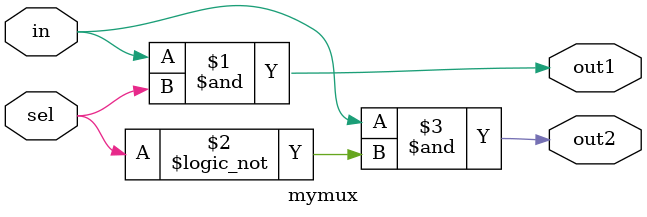
<source format=v>
module mymux(in, sel, out1, out2);
   input in, sel;
   output out1, out2;
   assign out1 = in & sel;
   assign out2 = in & !sel;
endmodule
</source>
